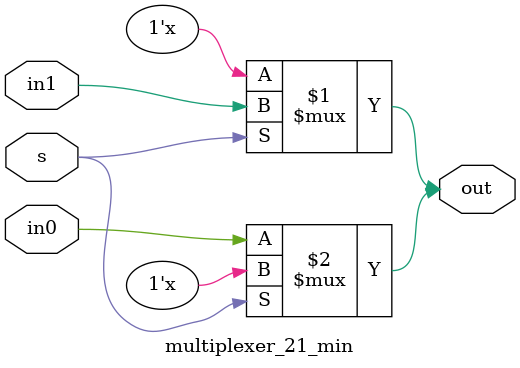
<source format=v>
/********************************************************************************
*	Author : Ehsan Shahbazi	
*	Description : 2-1 multiplexer with delays
********************************************************************************/

module multiplexer_21_typical(out, in0, in1, s);
	
	output out;
	input in0, in1, s;

	bufif1 #(2,4,6) x(out, in1, s);
	bufif0 #(2,4,6) x1(out, in0, s);

endmodule

module multiplexer_21_max(out, in0, in1, s);
	
	output out;
	input in0, in1, s;

	bufif1 #(1,3,5) x(out, in1, s);
	bufif0 #(1,3,5) x1(out, in0, s);

endmodule

module multiplexer_21_min(out, in0, in1, s);
	
	output out;
	input in0, in1, s;

	bufif1 #(3,5,7) x(out, in1, s);
	bufif0 #(3,5,7) x1(out, in0, s);

endmodule

</source>
